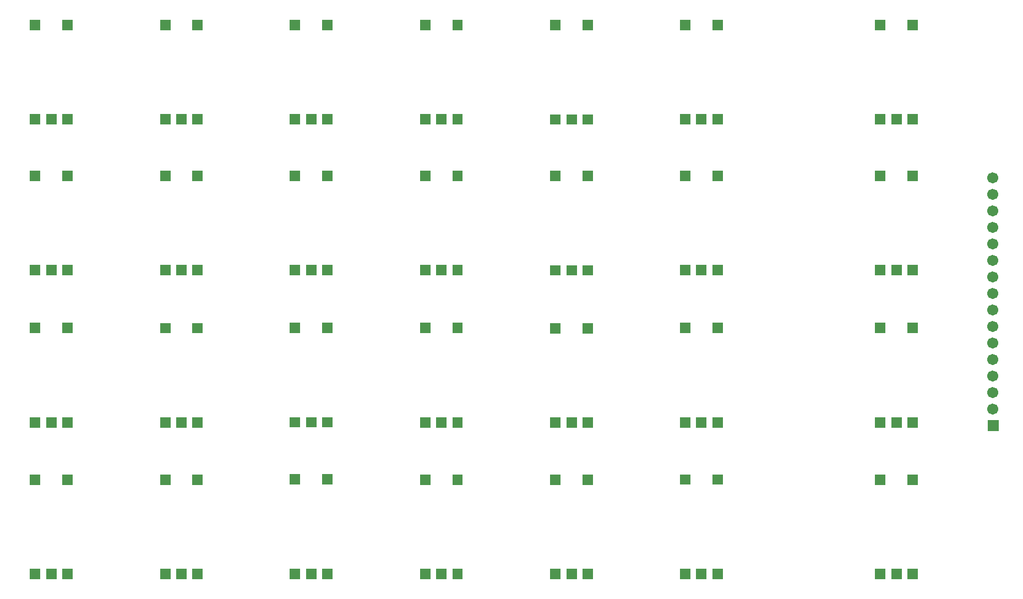
<source format=gts>
G04 Layer: TopSolderMaskLayer*
G04 EasyEDA v6.4.20.6, 2021-08-02T11:14:11+02:00*
G04 e7c21c1e6ca5491a88c75d15d8fd51ee,3e5df01c9dd74657a85989452aaa4bc1,10*
G04 Gerber Generator version 0.2*
G04 Scale: 100 percent, Rotated: No, Reflected: No *
G04 Dimensions in millimeters *
G04 leading zeros omitted , absolute positions ,4 integer and 5 decimal *
%FSLAX45Y45*%
%MOMM*%

%ADD21C,1.7018*%

%LPD*%
G36*
X24584913Y-12275312D02*
G01*
X24584913Y-12105131D01*
X24755093Y-12105131D01*
X24755093Y-12275312D01*
G37*
D21*
G01*
X24668225Y-11935968D03*
G01*
X24668225Y-11681968D03*
G01*
X24668225Y-11427968D03*
G01*
X24668225Y-11173968D03*
G01*
X24668225Y-10919968D03*
G01*
X24668225Y-10665968D03*
G01*
X24668225Y-10411968D03*
G01*
X24668225Y-10157968D03*
G01*
X24668225Y-9903968D03*
G01*
X24668225Y-9649968D03*
G01*
X24668225Y-9395968D03*
G01*
X24668225Y-9141968D03*
G01*
X24668225Y-8887968D03*
G01*
X24668225Y-8633968D03*
G01*
X24668225Y-8379968D03*
G36*
X11860022Y-14551405D02*
G01*
X11860022Y-14391131D01*
X12020295Y-14391131D01*
X12020295Y-14551405D01*
G37*
G36*
X12108941Y-14551405D02*
G01*
X12108941Y-14391131D01*
X12269215Y-14391131D01*
X12269215Y-14551405D01*
G37*
G36*
X12357861Y-14551405D02*
G01*
X12357861Y-14391131D01*
X12518136Y-14391131D01*
X12518136Y-14551405D01*
G37*
G36*
X11860022Y-13101065D02*
G01*
X11860022Y-12940792D01*
X12020295Y-12940792D01*
X12020295Y-13101065D01*
G37*
G36*
X12357861Y-13101065D02*
G01*
X12357861Y-12940792D01*
X12518136Y-12940792D01*
X12518136Y-13101065D01*
G37*
G36*
X11860022Y-12221210D02*
G01*
X11860022Y-12060936D01*
X12020295Y-12060936D01*
X12020295Y-12221210D01*
G37*
G36*
X12108941Y-12221210D02*
G01*
X12108941Y-12060936D01*
X12269215Y-12060936D01*
X12269215Y-12221210D01*
G37*
G36*
X12357861Y-12221210D02*
G01*
X12357861Y-12060936D01*
X12518136Y-12060936D01*
X12518136Y-12221210D01*
G37*
G36*
X11860022Y-10770870D02*
G01*
X11860022Y-10610595D01*
X12020295Y-10610595D01*
X12020295Y-10770870D01*
G37*
G36*
X12357861Y-10770870D02*
G01*
X12357861Y-10610595D01*
X12518136Y-10610595D01*
X12518136Y-10770870D01*
G37*
G36*
X11860022Y-9881362D02*
G01*
X11860022Y-9721087D01*
X12020295Y-9721087D01*
X12020295Y-9881362D01*
G37*
G36*
X12108941Y-9881362D02*
G01*
X12108941Y-9721087D01*
X12269215Y-9721087D01*
X12269215Y-9881362D01*
G37*
G36*
X12357861Y-9881362D02*
G01*
X12357861Y-9721087D01*
X12518136Y-9721087D01*
X12518136Y-9881362D01*
G37*
G36*
X11860022Y-8431021D02*
G01*
X11860022Y-8270747D01*
X12020295Y-8270747D01*
X12020295Y-8431021D01*
G37*
G36*
X12357861Y-8431021D02*
G01*
X12357861Y-8270747D01*
X12518136Y-8270747D01*
X12518136Y-8431021D01*
G37*
G36*
X11860022Y-7561326D02*
G01*
X11860022Y-7401052D01*
X12020295Y-7401052D01*
X12020295Y-7561326D01*
G37*
G36*
X12108941Y-7561326D02*
G01*
X12108941Y-7401052D01*
X12269215Y-7401052D01*
X12269215Y-7561326D01*
G37*
G36*
X12357861Y-7561326D02*
G01*
X12357861Y-7401052D01*
X12518136Y-7401052D01*
X12518136Y-7561326D01*
G37*
G36*
X11860022Y-6110986D02*
G01*
X11860022Y-5950712D01*
X12020295Y-5950712D01*
X12020295Y-6110986D01*
G37*
G36*
X12357861Y-6110986D02*
G01*
X12357861Y-5950712D01*
X12518136Y-5950712D01*
X12518136Y-6110986D01*
G37*
G36*
X9859518Y-14549881D02*
G01*
X9859518Y-14389607D01*
X10019791Y-14389607D01*
X10019791Y-14549881D01*
G37*
G36*
X10108438Y-14549881D02*
G01*
X10108438Y-14389607D01*
X10268711Y-14389607D01*
X10268711Y-14549881D01*
G37*
G36*
X10357358Y-14549881D02*
G01*
X10357358Y-14389607D01*
X10517631Y-14389607D01*
X10517631Y-14549881D01*
G37*
G36*
X9859518Y-13099542D02*
G01*
X9859518Y-12939268D01*
X10019791Y-12939268D01*
X10019791Y-13099542D01*
G37*
G36*
X10357358Y-13099542D02*
G01*
X10357358Y-12939268D01*
X10517631Y-12939268D01*
X10517631Y-13099542D01*
G37*
G36*
X9859518Y-12219939D02*
G01*
X9859518Y-12059665D01*
X10019791Y-12059665D01*
X10019791Y-12219939D01*
G37*
G36*
X10108438Y-12219939D02*
G01*
X10108438Y-12059665D01*
X10268711Y-12059665D01*
X10268711Y-12219939D01*
G37*
G36*
X10357358Y-12219939D02*
G01*
X10357358Y-12059665D01*
X10517631Y-12059665D01*
X10517631Y-12219939D01*
G37*
G36*
X9859518Y-10769600D02*
G01*
X9859518Y-10609326D01*
X10019791Y-10609326D01*
X10019791Y-10769600D01*
G37*
G36*
X10357358Y-10769600D02*
G01*
X10357358Y-10609326D01*
X10517631Y-10609326D01*
X10517631Y-10769600D01*
G37*
G36*
X9859518Y-9880092D02*
G01*
X9859518Y-9719818D01*
X10019791Y-9719818D01*
X10019791Y-9880092D01*
G37*
G36*
X10108438Y-9880092D02*
G01*
X10108438Y-9719818D01*
X10268711Y-9719818D01*
X10268711Y-9880092D01*
G37*
G36*
X10357358Y-9880092D02*
G01*
X10357358Y-9719818D01*
X10517631Y-9719818D01*
X10517631Y-9880092D01*
G37*
G36*
X9859518Y-8429752D02*
G01*
X9859518Y-8269478D01*
X10019791Y-8269478D01*
X10019791Y-8429752D01*
G37*
G36*
X10357358Y-8429752D02*
G01*
X10357358Y-8269478D01*
X10517631Y-8269478D01*
X10517631Y-8429752D01*
G37*
G36*
X9859518Y-7560055D02*
G01*
X9859518Y-7399781D01*
X10019791Y-7399781D01*
X10019791Y-7560055D01*
G37*
G36*
X10108438Y-7560055D02*
G01*
X10108438Y-7399781D01*
X10268711Y-7399781D01*
X10268711Y-7560055D01*
G37*
G36*
X10357358Y-7560055D02*
G01*
X10357358Y-7399781D01*
X10517631Y-7399781D01*
X10517631Y-7560055D01*
G37*
G36*
X9859518Y-6109715D02*
G01*
X9859518Y-5949442D01*
X10019791Y-5949442D01*
X10019791Y-6109715D01*
G37*
G36*
X10357358Y-6109715D02*
G01*
X10357358Y-5949442D01*
X10517631Y-5949442D01*
X10517631Y-6109715D01*
G37*
G36*
X15857727Y-14549881D02*
G01*
X15857727Y-14389607D01*
X16018002Y-14389607D01*
X16018002Y-14549881D01*
G37*
G36*
X16106647Y-14549881D02*
G01*
X16106647Y-14389607D01*
X16266922Y-14389607D01*
X16266922Y-14549881D01*
G37*
G36*
X16355568Y-14549881D02*
G01*
X16355568Y-14389607D01*
X16515841Y-14389607D01*
X16515841Y-14549881D01*
G37*
G36*
X15857727Y-13099542D02*
G01*
X15857727Y-12939268D01*
X16018002Y-12939268D01*
X16018002Y-13099542D01*
G37*
G36*
X16355568Y-13099542D02*
G01*
X16355568Y-12939268D01*
X16515841Y-12939268D01*
X16515841Y-13099542D01*
G37*
G36*
X15857727Y-12219939D02*
G01*
X15857727Y-12059665D01*
X16018002Y-12059665D01*
X16018002Y-12219939D01*
G37*
G36*
X16106647Y-12219939D02*
G01*
X16106647Y-12059665D01*
X16266922Y-12059665D01*
X16266922Y-12219939D01*
G37*
G36*
X16355568Y-12219939D02*
G01*
X16355568Y-12059665D01*
X16515841Y-12059665D01*
X16515841Y-12219939D01*
G37*
G36*
X15857727Y-10769600D02*
G01*
X15857727Y-10609326D01*
X16018002Y-10609326D01*
X16018002Y-10769600D01*
G37*
G36*
X16355568Y-10769600D02*
G01*
X16355568Y-10609326D01*
X16515841Y-10609326D01*
X16515841Y-10769600D01*
G37*
G36*
X15857727Y-9880092D02*
G01*
X15857727Y-9719818D01*
X16018002Y-9719818D01*
X16018002Y-9880092D01*
G37*
G36*
X16106647Y-9880092D02*
G01*
X16106647Y-9719818D01*
X16266922Y-9719818D01*
X16266922Y-9880092D01*
G37*
G36*
X16355568Y-9880092D02*
G01*
X16355568Y-9719818D01*
X16515841Y-9719818D01*
X16515841Y-9880092D01*
G37*
G36*
X15857727Y-8429752D02*
G01*
X15857727Y-8269478D01*
X16018002Y-8269478D01*
X16018002Y-8429752D01*
G37*
G36*
X16355568Y-8429752D02*
G01*
X16355568Y-8269478D01*
X16515841Y-8269478D01*
X16515841Y-8429752D01*
G37*
G36*
X15857727Y-7560055D02*
G01*
X15857727Y-7399781D01*
X16018002Y-7399781D01*
X16018002Y-7560055D01*
G37*
G36*
X16106647Y-7560055D02*
G01*
X16106647Y-7399781D01*
X16266922Y-7399781D01*
X16266922Y-7560055D01*
G37*
G36*
X16355568Y-7560055D02*
G01*
X16355568Y-7399781D01*
X16515841Y-7399781D01*
X16515841Y-7560055D01*
G37*
G36*
X15857727Y-6109715D02*
G01*
X15857727Y-5949442D01*
X16018002Y-5949442D01*
X16018002Y-6109715D01*
G37*
G36*
X16355568Y-6109715D02*
G01*
X16355568Y-5949442D01*
X16515841Y-5949442D01*
X16515841Y-6109715D01*
G37*
G36*
X13857477Y-14548612D02*
G01*
X13857477Y-14388337D01*
X14017752Y-14388337D01*
X14017752Y-14548612D01*
G37*
G36*
X14106397Y-14548612D02*
G01*
X14106397Y-14388337D01*
X14266418Y-14388337D01*
X14266418Y-14548612D01*
G37*
G36*
X14355063Y-14548612D02*
G01*
X14355063Y-14388337D01*
X14515591Y-14388337D01*
X14515591Y-14548612D01*
G37*
G36*
X13857477Y-13098271D02*
G01*
X13857477Y-12937997D01*
X14017752Y-12937997D01*
X14017752Y-13098271D01*
G37*
G36*
X14355063Y-13098271D02*
G01*
X14355063Y-12937997D01*
X14515591Y-12937997D01*
X14515591Y-13098271D01*
G37*
G36*
X13857477Y-12218670D02*
G01*
X13857477Y-12058395D01*
X14017752Y-12058395D01*
X14017752Y-12218670D01*
G37*
G36*
X14106397Y-12218670D02*
G01*
X14106397Y-12058395D01*
X14266418Y-12058395D01*
X14266418Y-12218670D01*
G37*
G36*
X14355063Y-12218670D02*
G01*
X14355063Y-12058395D01*
X14515591Y-12058395D01*
X14515591Y-12218670D01*
G37*
G36*
X13857477Y-10768329D02*
G01*
X13857477Y-10608055D01*
X14017752Y-10608055D01*
X14017752Y-10768329D01*
G37*
G36*
X14355063Y-10768329D02*
G01*
X14355063Y-10608055D01*
X14515591Y-10608055D01*
X14515591Y-10768329D01*
G37*
G36*
X13857477Y-9878821D02*
G01*
X13857477Y-9718547D01*
X14017752Y-9718547D01*
X14017752Y-9878821D01*
G37*
G36*
X14106397Y-9878821D02*
G01*
X14106397Y-9718547D01*
X14266418Y-9718547D01*
X14266418Y-9878821D01*
G37*
G36*
X14355063Y-9878821D02*
G01*
X14355063Y-9718547D01*
X14515591Y-9718547D01*
X14515591Y-9878821D01*
G37*
G36*
X13857477Y-8428481D02*
G01*
X13857477Y-8268208D01*
X14017752Y-8268208D01*
X14017752Y-8428481D01*
G37*
G36*
X14355063Y-8428481D02*
G01*
X14355063Y-8268208D01*
X14515591Y-8268208D01*
X14515591Y-8428481D01*
G37*
G36*
X13857477Y-7558786D02*
G01*
X13857477Y-7398512D01*
X14017752Y-7398512D01*
X14017752Y-7558786D01*
G37*
G36*
X14106397Y-7558786D02*
G01*
X14106397Y-7398512D01*
X14266418Y-7398512D01*
X14266418Y-7558786D01*
G37*
G36*
X14355063Y-7558786D02*
G01*
X14355063Y-7398512D01*
X14515591Y-7398512D01*
X14515591Y-7558786D01*
G37*
G36*
X13857477Y-6108445D02*
G01*
X13857477Y-5948171D01*
X14017752Y-5948171D01*
X14017752Y-6108445D01*
G37*
G36*
X14355063Y-6108445D02*
G01*
X14355063Y-5948171D01*
X14515591Y-5948171D01*
X14515591Y-6108445D01*
G37*
G36*
X17859502Y-14551660D02*
G01*
X17859502Y-14391386D01*
X18019775Y-14391386D01*
X18019775Y-14551660D01*
G37*
G36*
X18108422Y-14551660D02*
G01*
X18108422Y-14391386D01*
X18268695Y-14391386D01*
X18268695Y-14551660D01*
G37*
G36*
X18357341Y-14551660D02*
G01*
X18357341Y-14391386D01*
X18517616Y-14391386D01*
X18517616Y-14551660D01*
G37*
G36*
X17859502Y-13101320D02*
G01*
X17859502Y-12941045D01*
X18019775Y-12941045D01*
X18019775Y-13101320D01*
G37*
G36*
X18357341Y-13101320D02*
G01*
X18357341Y-12941045D01*
X18517616Y-12941045D01*
X18517616Y-13101320D01*
G37*
G36*
X17859502Y-12221718D02*
G01*
X17859502Y-12061444D01*
X18019775Y-12061444D01*
X18019775Y-12221718D01*
G37*
G36*
X18108422Y-12221718D02*
G01*
X18108422Y-12061444D01*
X18268695Y-12061444D01*
X18268695Y-12221718D01*
G37*
G36*
X18357341Y-12221718D02*
G01*
X18357341Y-12061444D01*
X18517616Y-12061444D01*
X18517616Y-12221718D01*
G37*
G36*
X17859502Y-10771378D02*
G01*
X17859502Y-10611104D01*
X18019775Y-10611104D01*
X18019775Y-10771378D01*
G37*
G36*
X18357341Y-10771378D02*
G01*
X18357341Y-10611104D01*
X18517616Y-10611104D01*
X18517616Y-10771378D01*
G37*
G36*
X17859502Y-9881615D02*
G01*
X17859502Y-9721342D01*
X18019775Y-9721342D01*
X18019775Y-9881615D01*
G37*
G36*
X18108422Y-9881615D02*
G01*
X18108422Y-9721342D01*
X18268695Y-9721342D01*
X18268695Y-9881615D01*
G37*
G36*
X18357341Y-9881615D02*
G01*
X18357341Y-9721342D01*
X18517616Y-9721342D01*
X18517616Y-9881615D01*
G37*
G36*
X17859502Y-8431276D02*
G01*
X17859502Y-8271002D01*
X18019775Y-8271002D01*
X18019775Y-8431276D01*
G37*
G36*
X18357341Y-8431276D02*
G01*
X18357341Y-8271002D01*
X18517616Y-8271002D01*
X18517616Y-8431276D01*
G37*
G36*
X17859502Y-7561579D02*
G01*
X17859502Y-7401305D01*
X18019775Y-7401305D01*
X18019775Y-7561579D01*
G37*
G36*
X18108422Y-7561579D02*
G01*
X18108422Y-7401305D01*
X18268695Y-7401305D01*
X18268695Y-7561579D01*
G37*
G36*
X18357341Y-7561579D02*
G01*
X18357341Y-7401305D01*
X18517616Y-7401305D01*
X18517616Y-7561579D01*
G37*
G36*
X17859502Y-6111239D02*
G01*
X17859502Y-5950965D01*
X18019775Y-5950965D01*
X18019775Y-6111239D01*
G37*
G36*
X18357341Y-6111239D02*
G01*
X18357341Y-5950965D01*
X18517616Y-5950965D01*
X18517616Y-6111239D01*
G37*
G36*
X22856190Y-14549881D02*
G01*
X22856190Y-14389607D01*
X23016463Y-14389607D01*
X23016463Y-14549881D01*
G37*
G36*
X23105109Y-14549881D02*
G01*
X23105109Y-14389607D01*
X23265384Y-14389607D01*
X23265384Y-14549881D01*
G37*
G36*
X23354029Y-14549881D02*
G01*
X23354029Y-14389607D01*
X23514304Y-14389607D01*
X23514304Y-14549881D01*
G37*
G36*
X22856190Y-13099542D02*
G01*
X22856190Y-12939268D01*
X23016463Y-12939268D01*
X23016463Y-13099542D01*
G37*
G36*
X23354029Y-13099542D02*
G01*
X23354029Y-12939268D01*
X23514304Y-12939268D01*
X23514304Y-13099542D01*
G37*
G36*
X22856190Y-12219939D02*
G01*
X22856190Y-12059665D01*
X23016463Y-12059665D01*
X23016463Y-12219939D01*
G37*
G36*
X23105109Y-12219939D02*
G01*
X23105109Y-12059665D01*
X23265384Y-12059665D01*
X23265384Y-12219939D01*
G37*
G36*
X23354029Y-12219939D02*
G01*
X23354029Y-12059665D01*
X23514304Y-12059665D01*
X23514304Y-12219939D01*
G37*
G36*
X22856190Y-10769600D02*
G01*
X22856190Y-10609326D01*
X23016463Y-10609326D01*
X23016463Y-10769600D01*
G37*
G36*
X23354029Y-10769600D02*
G01*
X23354029Y-10609326D01*
X23514304Y-10609326D01*
X23514304Y-10769600D01*
G37*
G36*
X22856190Y-9880092D02*
G01*
X22856190Y-9719818D01*
X23016463Y-9719818D01*
X23016463Y-9880092D01*
G37*
G36*
X23105109Y-9880092D02*
G01*
X23105109Y-9719818D01*
X23265384Y-9719818D01*
X23265384Y-9880092D01*
G37*
G36*
X23354029Y-9880092D02*
G01*
X23354029Y-9719818D01*
X23514304Y-9719818D01*
X23514304Y-9880092D01*
G37*
G36*
X22856190Y-8429752D02*
G01*
X22856190Y-8269478D01*
X23016463Y-8269478D01*
X23016463Y-8429752D01*
G37*
G36*
X23354029Y-8429752D02*
G01*
X23354029Y-8269478D01*
X23514304Y-8269478D01*
X23514304Y-8429752D01*
G37*
G36*
X22856190Y-7560055D02*
G01*
X22856190Y-7399781D01*
X23016463Y-7399781D01*
X23016463Y-7560055D01*
G37*
G36*
X23105109Y-7560055D02*
G01*
X23105109Y-7399781D01*
X23265384Y-7399781D01*
X23265384Y-7560055D01*
G37*
G36*
X23354029Y-7560055D02*
G01*
X23354029Y-7399781D01*
X23514304Y-7399781D01*
X23514304Y-7560055D01*
G37*
G36*
X22856190Y-6109715D02*
G01*
X22856190Y-5949442D01*
X23016463Y-5949442D01*
X23016463Y-6109715D01*
G37*
G36*
X23354029Y-6109715D02*
G01*
X23354029Y-5949442D01*
X23514304Y-5949442D01*
X23514304Y-6109715D01*
G37*
G36*
X19856958Y-14549120D02*
G01*
X19856958Y-14388845D01*
X20017231Y-14388845D01*
X20017231Y-14549120D01*
G37*
G36*
X20105877Y-14549120D02*
G01*
X20105877Y-14388845D01*
X20266152Y-14388845D01*
X20266152Y-14549120D01*
G37*
G36*
X20354798Y-14549120D02*
G01*
X20354798Y-14388845D01*
X20515072Y-14388845D01*
X20515072Y-14549120D01*
G37*
G36*
X19856958Y-13098779D02*
G01*
X19856958Y-12938505D01*
X20017231Y-12938505D01*
X20017231Y-13098779D01*
G37*
G36*
X20354798Y-13098779D02*
G01*
X20354798Y-12938505D01*
X20515072Y-12938505D01*
X20515072Y-13098779D01*
G37*
G36*
X19856958Y-12218924D02*
G01*
X19856958Y-12058650D01*
X20017231Y-12058650D01*
X20017231Y-12218924D01*
G37*
G36*
X20105877Y-12218924D02*
G01*
X20105877Y-12058650D01*
X20266152Y-12058650D01*
X20266152Y-12218924D01*
G37*
G36*
X20354798Y-12218924D02*
G01*
X20354798Y-12058650D01*
X20515072Y-12058650D01*
X20515072Y-12218924D01*
G37*
G36*
X19856958Y-10768584D02*
G01*
X19856958Y-10608310D01*
X20017231Y-10608310D01*
X20017231Y-10768584D01*
G37*
G36*
X20354798Y-10768584D02*
G01*
X20354798Y-10608310D01*
X20515072Y-10608310D01*
X20515072Y-10768584D01*
G37*
G36*
X19856958Y-9879076D02*
G01*
X19856958Y-9718802D01*
X20017231Y-9718802D01*
X20017231Y-9879076D01*
G37*
G36*
X20105877Y-9879076D02*
G01*
X20105877Y-9718802D01*
X20266152Y-9718802D01*
X20266152Y-9879076D01*
G37*
G36*
X20354798Y-9879076D02*
G01*
X20354798Y-9718802D01*
X20515072Y-9718802D01*
X20515072Y-9879076D01*
G37*
G36*
X19856958Y-8428736D02*
G01*
X19856958Y-8268462D01*
X20017231Y-8268462D01*
X20017231Y-8428736D01*
G37*
G36*
X20354798Y-8428736D02*
G01*
X20354798Y-8268462D01*
X20515072Y-8268462D01*
X20515072Y-8428736D01*
G37*
G36*
X19856958Y-7559039D02*
G01*
X19856958Y-7398765D01*
X20017231Y-7398765D01*
X20017231Y-7559039D01*
G37*
G36*
X20105877Y-7559039D02*
G01*
X20105877Y-7398765D01*
X20266152Y-7398765D01*
X20266152Y-7559039D01*
G37*
G36*
X20354798Y-7559039D02*
G01*
X20354798Y-7398765D01*
X20515072Y-7398765D01*
X20515072Y-7559039D01*
G37*
G36*
X19856958Y-6108700D02*
G01*
X19856958Y-5948426D01*
X20017231Y-5948426D01*
X20017231Y-6108700D01*
G37*
G36*
X20354798Y-6108700D02*
G01*
X20354798Y-5948426D01*
X20515072Y-5948426D01*
X20515072Y-6108700D01*
G37*
M02*

</source>
